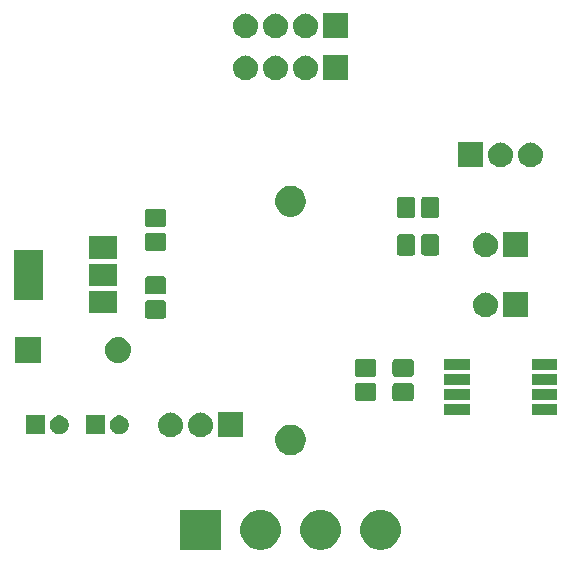
<source format=gbr>
G04 #@! TF.GenerationSoftware,KiCad,Pcbnew,(5.0.2)-1*
G04 #@! TF.CreationDate,2019-02-05T11:41:40+01:00*
G04 #@! TF.ProjectId,SensorPCB_V1.2,53656e73-6f72-4504-9342-5f56312e322e,rev?*
G04 #@! TF.SameCoordinates,Original*
G04 #@! TF.FileFunction,Soldermask,Top*
G04 #@! TF.FilePolarity,Negative*
%FSLAX46Y46*%
G04 Gerber Fmt 4.6, Leading zero omitted, Abs format (unit mm)*
G04 Created by KiCad (PCBNEW (5.0.2)-1) date 05/02/2019 11:41:40*
%MOMM*%
%LPD*%
G01*
G04 APERTURE LIST*
%ADD10C,0.100000*%
G04 APERTURE END LIST*
D10*
G36*
X46106393Y-56763553D02*
X46215872Y-56785330D01*
X46525252Y-56913479D01*
X46803687Y-57099523D01*
X47040477Y-57336313D01*
X47226521Y-57614748D01*
X47354670Y-57924128D01*
X47420000Y-58252565D01*
X47420000Y-58587435D01*
X47354670Y-58915872D01*
X47226521Y-59225252D01*
X47040477Y-59503687D01*
X46803687Y-59740477D01*
X46525252Y-59926521D01*
X46215872Y-60054670D01*
X46106393Y-60076447D01*
X45887437Y-60120000D01*
X45552563Y-60120000D01*
X45333607Y-60076447D01*
X45224128Y-60054670D01*
X44914748Y-59926521D01*
X44636313Y-59740477D01*
X44399523Y-59503687D01*
X44213479Y-59225252D01*
X44085330Y-58915872D01*
X44020000Y-58587435D01*
X44020000Y-58252565D01*
X44085330Y-57924128D01*
X44213479Y-57614748D01*
X44399523Y-57336313D01*
X44636313Y-57099523D01*
X44914748Y-56913479D01*
X45224128Y-56785330D01*
X45333607Y-56763553D01*
X45552563Y-56720000D01*
X45887437Y-56720000D01*
X46106393Y-56763553D01*
X46106393Y-56763553D01*
G37*
G36*
X41026393Y-56763553D02*
X41135872Y-56785330D01*
X41445252Y-56913479D01*
X41723687Y-57099523D01*
X41960477Y-57336313D01*
X42146521Y-57614748D01*
X42274670Y-57924128D01*
X42340000Y-58252565D01*
X42340000Y-58587435D01*
X42274670Y-58915872D01*
X42146521Y-59225252D01*
X41960477Y-59503687D01*
X41723687Y-59740477D01*
X41445252Y-59926521D01*
X41135872Y-60054670D01*
X41026393Y-60076447D01*
X40807437Y-60120000D01*
X40472563Y-60120000D01*
X40253607Y-60076447D01*
X40144128Y-60054670D01*
X39834748Y-59926521D01*
X39556313Y-59740477D01*
X39319523Y-59503687D01*
X39133479Y-59225252D01*
X39005330Y-58915872D01*
X38940000Y-58587435D01*
X38940000Y-58252565D01*
X39005330Y-57924128D01*
X39133479Y-57614748D01*
X39319523Y-57336313D01*
X39556313Y-57099523D01*
X39834748Y-56913479D01*
X40144128Y-56785330D01*
X40253607Y-56763553D01*
X40472563Y-56720000D01*
X40807437Y-56720000D01*
X41026393Y-56763553D01*
X41026393Y-56763553D01*
G37*
G36*
X35946393Y-56763553D02*
X36055872Y-56785330D01*
X36365252Y-56913479D01*
X36643687Y-57099523D01*
X36880477Y-57336313D01*
X37066521Y-57614748D01*
X37194670Y-57924128D01*
X37260000Y-58252565D01*
X37260000Y-58587435D01*
X37194670Y-58915872D01*
X37066521Y-59225252D01*
X36880477Y-59503687D01*
X36643687Y-59740477D01*
X36365252Y-59926521D01*
X36055872Y-60054670D01*
X35946393Y-60076447D01*
X35727437Y-60120000D01*
X35392563Y-60120000D01*
X35173607Y-60076447D01*
X35064128Y-60054670D01*
X34754748Y-59926521D01*
X34476313Y-59740477D01*
X34239523Y-59503687D01*
X34053479Y-59225252D01*
X33925330Y-58915872D01*
X33860000Y-58587435D01*
X33860000Y-58252565D01*
X33925330Y-57924128D01*
X34053479Y-57614748D01*
X34239523Y-57336313D01*
X34476313Y-57099523D01*
X34754748Y-56913479D01*
X35064128Y-56785330D01*
X35173607Y-56763553D01*
X35392563Y-56720000D01*
X35727437Y-56720000D01*
X35946393Y-56763553D01*
X35946393Y-56763553D01*
G37*
G36*
X32180000Y-60120000D02*
X28780000Y-60120000D01*
X28780000Y-56720000D01*
X32180000Y-56720000D01*
X32180000Y-60120000D01*
X32180000Y-60120000D01*
G37*
G36*
X38479196Y-49549958D02*
X38715780Y-49647954D01*
X38928705Y-49790226D01*
X39109774Y-49971295D01*
X39252046Y-50184220D01*
X39350042Y-50420804D01*
X39400000Y-50671960D01*
X39400000Y-50928040D01*
X39350042Y-51179196D01*
X39252046Y-51415780D01*
X39109774Y-51628705D01*
X38928705Y-51809774D01*
X38715780Y-51952046D01*
X38479196Y-52050042D01*
X38228040Y-52100000D01*
X37971960Y-52100000D01*
X37720804Y-52050042D01*
X37484220Y-51952046D01*
X37271295Y-51809774D01*
X37090226Y-51628705D01*
X36947954Y-51415780D01*
X36849958Y-51179196D01*
X36800000Y-50928040D01*
X36800000Y-50671960D01*
X36849958Y-50420804D01*
X36947954Y-50184220D01*
X37090226Y-49971295D01*
X37271295Y-49790226D01*
X37484220Y-49647954D01*
X37720804Y-49549958D01*
X37971960Y-49500000D01*
X38228040Y-49500000D01*
X38479196Y-49549958D01*
X38479196Y-49549958D01*
G37*
G36*
X30608707Y-48487597D02*
X30685836Y-48495193D01*
X30817787Y-48535220D01*
X30883763Y-48555233D01*
X31066172Y-48652733D01*
X31226054Y-48783946D01*
X31357267Y-48943828D01*
X31454767Y-49126237D01*
X31474780Y-49192213D01*
X31514807Y-49324164D01*
X31535080Y-49530000D01*
X31514807Y-49735836D01*
X31498308Y-49790226D01*
X31454767Y-49933763D01*
X31357267Y-50116172D01*
X31226054Y-50276054D01*
X31066172Y-50407267D01*
X30883763Y-50504767D01*
X30817787Y-50524780D01*
X30685836Y-50564807D01*
X30608707Y-50572404D01*
X30531580Y-50580000D01*
X30428420Y-50580000D01*
X30351293Y-50572404D01*
X30274164Y-50564807D01*
X30142213Y-50524780D01*
X30076237Y-50504767D01*
X29893828Y-50407267D01*
X29733946Y-50276054D01*
X29602733Y-50116172D01*
X29505233Y-49933763D01*
X29461692Y-49790226D01*
X29445193Y-49735836D01*
X29424920Y-49530000D01*
X29445193Y-49324164D01*
X29485220Y-49192213D01*
X29505233Y-49126237D01*
X29602733Y-48943828D01*
X29733946Y-48783946D01*
X29893828Y-48652733D01*
X30076237Y-48555233D01*
X30142213Y-48535220D01*
X30274164Y-48495193D01*
X30351293Y-48487597D01*
X30428420Y-48480000D01*
X30531580Y-48480000D01*
X30608707Y-48487597D01*
X30608707Y-48487597D01*
G37*
G36*
X28068707Y-48487597D02*
X28145836Y-48495193D01*
X28277787Y-48535220D01*
X28343763Y-48555233D01*
X28526172Y-48652733D01*
X28686054Y-48783946D01*
X28817267Y-48943828D01*
X28914767Y-49126237D01*
X28934780Y-49192213D01*
X28974807Y-49324164D01*
X28995080Y-49530000D01*
X28974807Y-49735836D01*
X28958308Y-49790226D01*
X28914767Y-49933763D01*
X28817267Y-50116172D01*
X28686054Y-50276054D01*
X28526172Y-50407267D01*
X28343763Y-50504767D01*
X28277787Y-50524780D01*
X28145836Y-50564807D01*
X28068707Y-50572404D01*
X27991580Y-50580000D01*
X27888420Y-50580000D01*
X27811293Y-50572404D01*
X27734164Y-50564807D01*
X27602213Y-50524780D01*
X27536237Y-50504767D01*
X27353828Y-50407267D01*
X27193946Y-50276054D01*
X27062733Y-50116172D01*
X26965233Y-49933763D01*
X26921692Y-49790226D01*
X26905193Y-49735836D01*
X26884920Y-49530000D01*
X26905193Y-49324164D01*
X26945220Y-49192213D01*
X26965233Y-49126237D01*
X27062733Y-48943828D01*
X27193946Y-48783946D01*
X27353828Y-48652733D01*
X27536237Y-48555233D01*
X27602213Y-48535220D01*
X27734164Y-48495193D01*
X27811293Y-48487597D01*
X27888420Y-48480000D01*
X27991580Y-48480000D01*
X28068707Y-48487597D01*
X28068707Y-48487597D01*
G37*
G36*
X34070000Y-50580000D02*
X31970000Y-50580000D01*
X31970000Y-48480000D01*
X34070000Y-48480000D01*
X34070000Y-50580000D01*
X34070000Y-50580000D01*
G37*
G36*
X18743352Y-48760743D02*
X18888941Y-48821048D01*
X19019973Y-48908601D01*
X19131399Y-49020027D01*
X19218952Y-49151059D01*
X19279257Y-49296648D01*
X19310000Y-49451205D01*
X19310000Y-49608795D01*
X19279257Y-49763352D01*
X19218952Y-49908941D01*
X19131399Y-50039973D01*
X19019973Y-50151399D01*
X18888941Y-50238952D01*
X18743352Y-50299257D01*
X18588795Y-50330000D01*
X18431205Y-50330000D01*
X18276648Y-50299257D01*
X18131059Y-50238952D01*
X18000027Y-50151399D01*
X17888601Y-50039973D01*
X17801048Y-49908941D01*
X17740743Y-49763352D01*
X17710000Y-49608795D01*
X17710000Y-49451205D01*
X17740743Y-49296648D01*
X17801048Y-49151059D01*
X17888601Y-49020027D01*
X18000027Y-48908601D01*
X18131059Y-48821048D01*
X18276648Y-48760743D01*
X18431205Y-48730000D01*
X18588795Y-48730000D01*
X18743352Y-48760743D01*
X18743352Y-48760743D01*
G37*
G36*
X17310000Y-50330000D02*
X15710000Y-50330000D01*
X15710000Y-48730000D01*
X17310000Y-48730000D01*
X17310000Y-50330000D01*
X17310000Y-50330000D01*
G37*
G36*
X23823352Y-48760743D02*
X23968941Y-48821048D01*
X24099973Y-48908601D01*
X24211399Y-49020027D01*
X24298952Y-49151059D01*
X24359257Y-49296648D01*
X24390000Y-49451205D01*
X24390000Y-49608795D01*
X24359257Y-49763352D01*
X24298952Y-49908941D01*
X24211399Y-50039973D01*
X24099973Y-50151399D01*
X23968941Y-50238952D01*
X23823352Y-50299257D01*
X23668795Y-50330000D01*
X23511205Y-50330000D01*
X23356648Y-50299257D01*
X23211059Y-50238952D01*
X23080027Y-50151399D01*
X22968601Y-50039973D01*
X22881048Y-49908941D01*
X22820743Y-49763352D01*
X22790000Y-49608795D01*
X22790000Y-49451205D01*
X22820743Y-49296648D01*
X22881048Y-49151059D01*
X22968601Y-49020027D01*
X23080027Y-48908601D01*
X23211059Y-48821048D01*
X23356648Y-48760743D01*
X23511205Y-48730000D01*
X23668795Y-48730000D01*
X23823352Y-48760743D01*
X23823352Y-48760743D01*
G37*
G36*
X22390000Y-50330000D02*
X20790000Y-50330000D01*
X20790000Y-48730000D01*
X22390000Y-48730000D01*
X22390000Y-50330000D01*
X22390000Y-50330000D01*
G37*
G36*
X53255000Y-48735000D02*
X51105000Y-48735000D01*
X51105000Y-47785000D01*
X53255000Y-47785000D01*
X53255000Y-48735000D01*
X53255000Y-48735000D01*
G37*
G36*
X60655000Y-48735000D02*
X58505000Y-48735000D01*
X58505000Y-47785000D01*
X60655000Y-47785000D01*
X60655000Y-48735000D01*
X60655000Y-48735000D01*
G37*
G36*
X45135530Y-45975710D02*
X45185379Y-45990831D01*
X45231311Y-46015382D01*
X45271574Y-46048426D01*
X45304618Y-46088689D01*
X45329169Y-46134621D01*
X45344290Y-46184470D01*
X45350000Y-46242444D01*
X45350000Y-47247556D01*
X45344290Y-47305530D01*
X45329169Y-47355379D01*
X45304618Y-47401311D01*
X45271574Y-47441574D01*
X45231311Y-47474618D01*
X45185379Y-47499169D01*
X45135530Y-47514290D01*
X45077556Y-47520000D01*
X43822444Y-47520000D01*
X43764470Y-47514290D01*
X43714621Y-47499169D01*
X43668689Y-47474618D01*
X43628426Y-47441574D01*
X43595382Y-47401311D01*
X43570831Y-47355379D01*
X43555710Y-47305530D01*
X43550000Y-47247556D01*
X43550000Y-46242444D01*
X43555710Y-46184470D01*
X43570831Y-46134621D01*
X43595382Y-46088689D01*
X43628426Y-46048426D01*
X43668689Y-46015382D01*
X43714621Y-45990831D01*
X43764470Y-45975710D01*
X43822444Y-45970000D01*
X45077556Y-45970000D01*
X45135530Y-45975710D01*
X45135530Y-45975710D01*
G37*
G36*
X48310530Y-45975710D02*
X48360379Y-45990831D01*
X48406311Y-46015382D01*
X48446574Y-46048426D01*
X48479618Y-46088689D01*
X48504169Y-46134621D01*
X48519290Y-46184470D01*
X48525000Y-46242444D01*
X48525000Y-47247556D01*
X48519290Y-47305530D01*
X48504169Y-47355379D01*
X48479618Y-47401311D01*
X48446574Y-47441574D01*
X48406311Y-47474618D01*
X48360379Y-47499169D01*
X48310530Y-47514290D01*
X48252556Y-47520000D01*
X46997444Y-47520000D01*
X46939470Y-47514290D01*
X46889621Y-47499169D01*
X46843689Y-47474618D01*
X46803426Y-47441574D01*
X46770382Y-47401311D01*
X46745831Y-47355379D01*
X46730710Y-47305530D01*
X46725000Y-47247556D01*
X46725000Y-46242444D01*
X46730710Y-46184470D01*
X46745831Y-46134621D01*
X46770382Y-46088689D01*
X46803426Y-46048426D01*
X46843689Y-46015382D01*
X46889621Y-45990831D01*
X46939470Y-45975710D01*
X46997444Y-45970000D01*
X48252556Y-45970000D01*
X48310530Y-45975710D01*
X48310530Y-45975710D01*
G37*
G36*
X60655000Y-47465000D02*
X58505000Y-47465000D01*
X58505000Y-46515000D01*
X60655000Y-46515000D01*
X60655000Y-47465000D01*
X60655000Y-47465000D01*
G37*
G36*
X53255000Y-47465000D02*
X51105000Y-47465000D01*
X51105000Y-46515000D01*
X53255000Y-46515000D01*
X53255000Y-47465000D01*
X53255000Y-47465000D01*
G37*
G36*
X60655000Y-46195000D02*
X58505000Y-46195000D01*
X58505000Y-45245000D01*
X60655000Y-45245000D01*
X60655000Y-46195000D01*
X60655000Y-46195000D01*
G37*
G36*
X53255000Y-46195000D02*
X51105000Y-46195000D01*
X51105000Y-45245000D01*
X53255000Y-45245000D01*
X53255000Y-46195000D01*
X53255000Y-46195000D01*
G37*
G36*
X48310530Y-43925710D02*
X48360379Y-43940831D01*
X48406311Y-43965382D01*
X48446574Y-43998426D01*
X48479618Y-44038689D01*
X48504169Y-44084621D01*
X48519290Y-44134470D01*
X48525000Y-44192444D01*
X48525000Y-45197556D01*
X48519290Y-45255530D01*
X48504169Y-45305379D01*
X48479618Y-45351311D01*
X48446574Y-45391574D01*
X48406311Y-45424618D01*
X48360379Y-45449169D01*
X48310530Y-45464290D01*
X48252556Y-45470000D01*
X46997444Y-45470000D01*
X46939470Y-45464290D01*
X46889621Y-45449169D01*
X46843689Y-45424618D01*
X46803426Y-45391574D01*
X46770382Y-45351311D01*
X46745831Y-45305379D01*
X46730710Y-45255530D01*
X46725000Y-45197556D01*
X46725000Y-44192444D01*
X46730710Y-44134470D01*
X46745831Y-44084621D01*
X46770382Y-44038689D01*
X46803426Y-43998426D01*
X46843689Y-43965382D01*
X46889621Y-43940831D01*
X46939470Y-43925710D01*
X46997444Y-43920000D01*
X48252556Y-43920000D01*
X48310530Y-43925710D01*
X48310530Y-43925710D01*
G37*
G36*
X45135530Y-43925710D02*
X45185379Y-43940831D01*
X45231311Y-43965382D01*
X45271574Y-43998426D01*
X45304618Y-44038689D01*
X45329169Y-44084621D01*
X45344290Y-44134470D01*
X45350000Y-44192444D01*
X45350000Y-45197556D01*
X45344290Y-45255530D01*
X45329169Y-45305379D01*
X45304618Y-45351311D01*
X45271574Y-45391574D01*
X45231311Y-45424618D01*
X45185379Y-45449169D01*
X45135530Y-45464290D01*
X45077556Y-45470000D01*
X43822444Y-45470000D01*
X43764470Y-45464290D01*
X43714621Y-45449169D01*
X43668689Y-45424618D01*
X43628426Y-45391574D01*
X43595382Y-45351311D01*
X43570831Y-45305379D01*
X43555710Y-45255530D01*
X43550000Y-45197556D01*
X43550000Y-44192444D01*
X43555710Y-44134470D01*
X43570831Y-44084621D01*
X43595382Y-44038689D01*
X43628426Y-43998426D01*
X43668689Y-43965382D01*
X43714621Y-43940831D01*
X43764470Y-43925710D01*
X43822444Y-43920000D01*
X45077556Y-43920000D01*
X45135530Y-43925710D01*
X45135530Y-43925710D01*
G37*
G36*
X60655000Y-44925000D02*
X58505000Y-44925000D01*
X58505000Y-43975000D01*
X60655000Y-43975000D01*
X60655000Y-44925000D01*
X60655000Y-44925000D01*
G37*
G36*
X53255000Y-44925000D02*
X51105000Y-44925000D01*
X51105000Y-43975000D01*
X53255000Y-43975000D01*
X53255000Y-44925000D01*
X53255000Y-44925000D01*
G37*
G36*
X16975000Y-44280000D02*
X14775000Y-44280000D01*
X14775000Y-42080000D01*
X16975000Y-42080000D01*
X16975000Y-44280000D01*
X16975000Y-44280000D01*
G37*
G36*
X23710639Y-42095916D02*
X23917986Y-42158815D01*
X23917988Y-42158816D01*
X24109084Y-42260958D01*
X24276581Y-42398419D01*
X24414042Y-42565916D01*
X24516184Y-42757012D01*
X24579084Y-42964362D01*
X24600322Y-43180000D01*
X24579084Y-43395638D01*
X24516184Y-43602988D01*
X24414042Y-43794084D01*
X24276581Y-43961581D01*
X24109084Y-44099042D01*
X23917988Y-44201184D01*
X23917986Y-44201185D01*
X23710639Y-44264084D01*
X23549038Y-44280000D01*
X23440962Y-44280000D01*
X23279361Y-44264084D01*
X23072014Y-44201185D01*
X23072012Y-44201184D01*
X22880916Y-44099042D01*
X22713419Y-43961581D01*
X22575958Y-43794084D01*
X22473816Y-43602988D01*
X22410916Y-43395638D01*
X22389678Y-43180000D01*
X22410916Y-42964362D01*
X22473816Y-42757012D01*
X22575958Y-42565916D01*
X22713419Y-42398419D01*
X22880916Y-42260958D01*
X23072012Y-42158816D01*
X23072014Y-42158815D01*
X23279361Y-42095916D01*
X23440962Y-42080000D01*
X23549038Y-42080000D01*
X23710639Y-42095916D01*
X23710639Y-42095916D01*
G37*
G36*
X27355530Y-38990710D02*
X27405379Y-39005831D01*
X27451311Y-39030382D01*
X27491574Y-39063426D01*
X27524618Y-39103689D01*
X27549169Y-39149621D01*
X27564290Y-39199470D01*
X27570000Y-39257444D01*
X27570000Y-40262556D01*
X27564290Y-40320530D01*
X27549169Y-40370379D01*
X27524618Y-40416311D01*
X27491574Y-40456574D01*
X27451311Y-40489618D01*
X27405379Y-40514169D01*
X27355530Y-40529290D01*
X27297556Y-40535000D01*
X26042444Y-40535000D01*
X25984470Y-40529290D01*
X25934621Y-40514169D01*
X25888689Y-40489618D01*
X25848426Y-40456574D01*
X25815382Y-40416311D01*
X25790831Y-40370379D01*
X25775710Y-40320530D01*
X25770000Y-40262556D01*
X25770000Y-39257444D01*
X25775710Y-39199470D01*
X25790831Y-39149621D01*
X25815382Y-39103689D01*
X25848426Y-39063426D01*
X25888689Y-39030382D01*
X25934621Y-39005831D01*
X25984470Y-38990710D01*
X26042444Y-38985000D01*
X27297556Y-38985000D01*
X27355530Y-38990710D01*
X27355530Y-38990710D01*
G37*
G36*
X54738707Y-38327597D02*
X54815836Y-38335193D01*
X54947787Y-38375220D01*
X55013763Y-38395233D01*
X55196172Y-38492733D01*
X55356054Y-38623946D01*
X55487267Y-38783828D01*
X55584767Y-38966237D01*
X55592423Y-38991475D01*
X55644807Y-39164164D01*
X55665080Y-39370000D01*
X55644807Y-39575836D01*
X55604780Y-39707787D01*
X55584767Y-39773763D01*
X55487267Y-39956172D01*
X55356054Y-40116054D01*
X55196172Y-40247267D01*
X55013763Y-40344767D01*
X54947787Y-40364780D01*
X54815836Y-40404807D01*
X54738707Y-40412404D01*
X54661580Y-40420000D01*
X54558420Y-40420000D01*
X54481293Y-40412404D01*
X54404164Y-40404807D01*
X54272213Y-40364780D01*
X54206237Y-40344767D01*
X54023828Y-40247267D01*
X53863946Y-40116054D01*
X53732733Y-39956172D01*
X53635233Y-39773763D01*
X53615220Y-39707787D01*
X53575193Y-39575836D01*
X53554920Y-39370000D01*
X53575193Y-39164164D01*
X53627577Y-38991475D01*
X53635233Y-38966237D01*
X53732733Y-38783828D01*
X53863946Y-38623946D01*
X54023828Y-38492733D01*
X54206237Y-38395233D01*
X54272213Y-38375220D01*
X54404164Y-38335193D01*
X54481293Y-38327597D01*
X54558420Y-38320000D01*
X54661580Y-38320000D01*
X54738707Y-38327597D01*
X54738707Y-38327597D01*
G37*
G36*
X58200000Y-40420000D02*
X56100000Y-40420000D01*
X56100000Y-38320000D01*
X58200000Y-38320000D01*
X58200000Y-40420000D01*
X58200000Y-40420000D01*
G37*
G36*
X23400000Y-40080000D02*
X21000000Y-40080000D01*
X21000000Y-38180000D01*
X23400000Y-38180000D01*
X23400000Y-40080000D01*
X23400000Y-40080000D01*
G37*
G36*
X17100000Y-38930000D02*
X14700000Y-38930000D01*
X14700000Y-34730000D01*
X17100000Y-34730000D01*
X17100000Y-38930000D01*
X17100000Y-38930000D01*
G37*
G36*
X27355530Y-36940710D02*
X27405379Y-36955831D01*
X27451311Y-36980382D01*
X27491574Y-37013426D01*
X27524618Y-37053689D01*
X27549169Y-37099621D01*
X27564290Y-37149470D01*
X27570000Y-37207444D01*
X27570000Y-38212556D01*
X27564290Y-38270530D01*
X27549169Y-38320379D01*
X27524618Y-38366311D01*
X27491574Y-38406574D01*
X27451311Y-38439618D01*
X27405379Y-38464169D01*
X27355530Y-38479290D01*
X27297556Y-38485000D01*
X26042444Y-38485000D01*
X25984470Y-38479290D01*
X25934621Y-38464169D01*
X25888689Y-38439618D01*
X25848426Y-38406574D01*
X25815382Y-38366311D01*
X25790831Y-38320379D01*
X25775710Y-38270530D01*
X25770000Y-38212556D01*
X25770000Y-37207444D01*
X25775710Y-37149470D01*
X25790831Y-37099621D01*
X25815382Y-37053689D01*
X25848426Y-37013426D01*
X25888689Y-36980382D01*
X25934621Y-36955831D01*
X25984470Y-36940710D01*
X26042444Y-36935000D01*
X27297556Y-36935000D01*
X27355530Y-36940710D01*
X27355530Y-36940710D01*
G37*
G36*
X23400000Y-37780000D02*
X21000000Y-37780000D01*
X21000000Y-35880000D01*
X23400000Y-35880000D01*
X23400000Y-37780000D01*
X23400000Y-37780000D01*
G37*
G36*
X23400000Y-35480000D02*
X21000000Y-35480000D01*
X21000000Y-33580000D01*
X23400000Y-33580000D01*
X23400000Y-35480000D01*
X23400000Y-35480000D01*
G37*
G36*
X58200000Y-35340000D02*
X56100000Y-35340000D01*
X56100000Y-33240000D01*
X58200000Y-33240000D01*
X58200000Y-35340000D01*
X58200000Y-35340000D01*
G37*
G36*
X54738707Y-33247597D02*
X54815836Y-33255193D01*
X54933319Y-33290831D01*
X55013763Y-33315233D01*
X55196172Y-33412733D01*
X55356054Y-33543946D01*
X55487267Y-33703828D01*
X55584767Y-33886237D01*
X55584767Y-33886238D01*
X55644807Y-34084164D01*
X55665080Y-34290000D01*
X55644807Y-34495836D01*
X55629118Y-34547556D01*
X55584767Y-34693763D01*
X55487267Y-34876172D01*
X55356054Y-35036054D01*
X55196172Y-35167267D01*
X55013763Y-35264767D01*
X54947787Y-35284780D01*
X54815836Y-35324807D01*
X54738707Y-35332403D01*
X54661580Y-35340000D01*
X54558420Y-35340000D01*
X54481293Y-35332403D01*
X54404164Y-35324807D01*
X54272213Y-35284780D01*
X54206237Y-35264767D01*
X54023828Y-35167267D01*
X53863946Y-35036054D01*
X53732733Y-34876172D01*
X53635233Y-34693763D01*
X53590882Y-34547556D01*
X53575193Y-34495836D01*
X53554920Y-34290000D01*
X53575193Y-34084164D01*
X53635233Y-33886238D01*
X53635233Y-33886237D01*
X53732733Y-33703828D01*
X53863946Y-33543946D01*
X54023828Y-33412733D01*
X54206237Y-33315233D01*
X54286681Y-33290831D01*
X54404164Y-33255193D01*
X54481293Y-33247597D01*
X54558420Y-33240000D01*
X54661580Y-33240000D01*
X54738707Y-33247597D01*
X54738707Y-33247597D01*
G37*
G36*
X50480530Y-33395710D02*
X50530379Y-33410831D01*
X50576311Y-33435382D01*
X50616574Y-33468426D01*
X50649618Y-33508689D01*
X50674169Y-33554621D01*
X50689290Y-33604470D01*
X50695000Y-33662444D01*
X50695000Y-34917556D01*
X50689290Y-34975530D01*
X50674169Y-35025379D01*
X50649618Y-35071311D01*
X50616574Y-35111574D01*
X50576311Y-35144618D01*
X50530379Y-35169169D01*
X50480530Y-35184290D01*
X50422556Y-35190000D01*
X49417444Y-35190000D01*
X49359470Y-35184290D01*
X49309621Y-35169169D01*
X49263689Y-35144618D01*
X49223426Y-35111574D01*
X49190382Y-35071311D01*
X49165831Y-35025379D01*
X49150710Y-34975530D01*
X49145000Y-34917556D01*
X49145000Y-33662444D01*
X49150710Y-33604470D01*
X49165831Y-33554621D01*
X49190382Y-33508689D01*
X49223426Y-33468426D01*
X49263689Y-33435382D01*
X49309621Y-33410831D01*
X49359470Y-33395710D01*
X49417444Y-33390000D01*
X50422556Y-33390000D01*
X50480530Y-33395710D01*
X50480530Y-33395710D01*
G37*
G36*
X48430530Y-33395710D02*
X48480379Y-33410831D01*
X48526311Y-33435382D01*
X48566574Y-33468426D01*
X48599618Y-33508689D01*
X48624169Y-33554621D01*
X48639290Y-33604470D01*
X48645000Y-33662444D01*
X48645000Y-34917556D01*
X48639290Y-34975530D01*
X48624169Y-35025379D01*
X48599618Y-35071311D01*
X48566574Y-35111574D01*
X48526311Y-35144618D01*
X48480379Y-35169169D01*
X48430530Y-35184290D01*
X48372556Y-35190000D01*
X47367444Y-35190000D01*
X47309470Y-35184290D01*
X47259621Y-35169169D01*
X47213689Y-35144618D01*
X47173426Y-35111574D01*
X47140382Y-35071311D01*
X47115831Y-35025379D01*
X47100710Y-34975530D01*
X47095000Y-34917556D01*
X47095000Y-33662444D01*
X47100710Y-33604470D01*
X47115831Y-33554621D01*
X47140382Y-33508689D01*
X47173426Y-33468426D01*
X47213689Y-33435382D01*
X47259621Y-33410831D01*
X47309470Y-33395710D01*
X47367444Y-33390000D01*
X48372556Y-33390000D01*
X48430530Y-33395710D01*
X48430530Y-33395710D01*
G37*
G36*
X27355530Y-33275710D02*
X27405379Y-33290831D01*
X27451311Y-33315382D01*
X27491574Y-33348426D01*
X27524618Y-33388689D01*
X27549169Y-33434621D01*
X27564290Y-33484470D01*
X27570000Y-33542444D01*
X27570000Y-34547556D01*
X27564290Y-34605530D01*
X27549169Y-34655379D01*
X27524618Y-34701311D01*
X27491574Y-34741574D01*
X27451311Y-34774618D01*
X27405379Y-34799169D01*
X27355530Y-34814290D01*
X27297556Y-34820000D01*
X26042444Y-34820000D01*
X25984470Y-34814290D01*
X25934621Y-34799169D01*
X25888689Y-34774618D01*
X25848426Y-34741574D01*
X25815382Y-34701311D01*
X25790831Y-34655379D01*
X25775710Y-34605530D01*
X25770000Y-34547556D01*
X25770000Y-33542444D01*
X25775710Y-33484470D01*
X25790831Y-33434621D01*
X25815382Y-33388689D01*
X25848426Y-33348426D01*
X25888689Y-33315382D01*
X25934621Y-33290831D01*
X25984470Y-33275710D01*
X26042444Y-33270000D01*
X27297556Y-33270000D01*
X27355530Y-33275710D01*
X27355530Y-33275710D01*
G37*
G36*
X27355530Y-31225710D02*
X27405379Y-31240831D01*
X27451311Y-31265382D01*
X27491574Y-31298426D01*
X27524618Y-31338689D01*
X27549169Y-31384621D01*
X27564290Y-31434470D01*
X27570000Y-31492444D01*
X27570000Y-32497556D01*
X27564290Y-32555530D01*
X27549169Y-32605379D01*
X27524618Y-32651311D01*
X27491574Y-32691574D01*
X27451311Y-32724618D01*
X27405379Y-32749169D01*
X27355530Y-32764290D01*
X27297556Y-32770000D01*
X26042444Y-32770000D01*
X25984470Y-32764290D01*
X25934621Y-32749169D01*
X25888689Y-32724618D01*
X25848426Y-32691574D01*
X25815382Y-32651311D01*
X25790831Y-32605379D01*
X25775710Y-32555530D01*
X25770000Y-32497556D01*
X25770000Y-31492444D01*
X25775710Y-31434470D01*
X25790831Y-31384621D01*
X25815382Y-31338689D01*
X25848426Y-31298426D01*
X25888689Y-31265382D01*
X25934621Y-31240831D01*
X25984470Y-31225710D01*
X26042444Y-31220000D01*
X27297556Y-31220000D01*
X27355530Y-31225710D01*
X27355530Y-31225710D01*
G37*
G36*
X48430530Y-30220710D02*
X48480379Y-30235831D01*
X48526311Y-30260382D01*
X48566574Y-30293426D01*
X48599618Y-30333689D01*
X48624169Y-30379621D01*
X48639290Y-30429470D01*
X48645000Y-30487444D01*
X48645000Y-31742556D01*
X48639290Y-31800530D01*
X48624169Y-31850379D01*
X48599618Y-31896311D01*
X48566574Y-31936574D01*
X48526311Y-31969618D01*
X48480379Y-31994169D01*
X48430530Y-32009290D01*
X48372556Y-32015000D01*
X47367444Y-32015000D01*
X47309470Y-32009290D01*
X47259621Y-31994169D01*
X47213689Y-31969618D01*
X47173426Y-31936574D01*
X47140382Y-31896311D01*
X47115831Y-31850379D01*
X47100710Y-31800530D01*
X47095000Y-31742556D01*
X47095000Y-30487444D01*
X47100710Y-30429470D01*
X47115831Y-30379621D01*
X47140382Y-30333689D01*
X47173426Y-30293426D01*
X47213689Y-30260382D01*
X47259621Y-30235831D01*
X47309470Y-30220710D01*
X47367444Y-30215000D01*
X48372556Y-30215000D01*
X48430530Y-30220710D01*
X48430530Y-30220710D01*
G37*
G36*
X50480530Y-30220710D02*
X50530379Y-30235831D01*
X50576311Y-30260382D01*
X50616574Y-30293426D01*
X50649618Y-30333689D01*
X50674169Y-30379621D01*
X50689290Y-30429470D01*
X50695000Y-30487444D01*
X50695000Y-31742556D01*
X50689290Y-31800530D01*
X50674169Y-31850379D01*
X50649618Y-31896311D01*
X50616574Y-31936574D01*
X50576311Y-31969618D01*
X50530379Y-31994169D01*
X50480530Y-32009290D01*
X50422556Y-32015000D01*
X49417444Y-32015000D01*
X49359470Y-32009290D01*
X49309621Y-31994169D01*
X49263689Y-31969618D01*
X49223426Y-31936574D01*
X49190382Y-31896311D01*
X49165831Y-31850379D01*
X49150710Y-31800530D01*
X49145000Y-31742556D01*
X49145000Y-30487444D01*
X49150710Y-30429470D01*
X49165831Y-30379621D01*
X49190382Y-30333689D01*
X49223426Y-30293426D01*
X49263689Y-30260382D01*
X49309621Y-30235831D01*
X49359470Y-30220710D01*
X49417444Y-30215000D01*
X50422556Y-30215000D01*
X50480530Y-30220710D01*
X50480530Y-30220710D01*
G37*
G36*
X38479196Y-29337958D02*
X38715780Y-29435954D01*
X38928705Y-29578226D01*
X39109774Y-29759295D01*
X39252046Y-29972220D01*
X39350042Y-30208804D01*
X39400000Y-30459960D01*
X39400000Y-30716040D01*
X39350042Y-30967196D01*
X39252046Y-31203780D01*
X39109774Y-31416705D01*
X38928705Y-31597774D01*
X38715780Y-31740046D01*
X38479196Y-31838042D01*
X38228040Y-31888000D01*
X37971960Y-31888000D01*
X37720804Y-31838042D01*
X37484220Y-31740046D01*
X37271295Y-31597774D01*
X37090226Y-31416705D01*
X36947954Y-31203780D01*
X36849958Y-30967196D01*
X36800000Y-30716040D01*
X36800000Y-30459960D01*
X36849958Y-30208804D01*
X36947954Y-29972220D01*
X37090226Y-29759295D01*
X37271295Y-29578226D01*
X37484220Y-29435954D01*
X37720804Y-29337958D01*
X37971960Y-29288000D01*
X38228040Y-29288000D01*
X38479196Y-29337958D01*
X38479196Y-29337958D01*
G37*
G36*
X58548707Y-25627597D02*
X58625836Y-25635193D01*
X58757787Y-25675220D01*
X58823763Y-25695233D01*
X59006172Y-25792733D01*
X59166054Y-25923946D01*
X59297267Y-26083828D01*
X59394767Y-26266237D01*
X59394767Y-26266238D01*
X59454807Y-26464164D01*
X59475080Y-26670000D01*
X59454807Y-26875836D01*
X59414780Y-27007787D01*
X59394767Y-27073763D01*
X59297267Y-27256172D01*
X59166054Y-27416054D01*
X59006172Y-27547267D01*
X58823763Y-27644767D01*
X58757787Y-27664780D01*
X58625836Y-27704807D01*
X58548707Y-27712404D01*
X58471580Y-27720000D01*
X58368420Y-27720000D01*
X58291293Y-27712404D01*
X58214164Y-27704807D01*
X58082213Y-27664780D01*
X58016237Y-27644767D01*
X57833828Y-27547267D01*
X57673946Y-27416054D01*
X57542733Y-27256172D01*
X57445233Y-27073763D01*
X57425220Y-27007787D01*
X57385193Y-26875836D01*
X57364920Y-26670000D01*
X57385193Y-26464164D01*
X57445233Y-26266238D01*
X57445233Y-26266237D01*
X57542733Y-26083828D01*
X57673946Y-25923946D01*
X57833828Y-25792733D01*
X58016237Y-25695233D01*
X58082213Y-25675220D01*
X58214164Y-25635193D01*
X58291293Y-25627596D01*
X58368420Y-25620000D01*
X58471580Y-25620000D01*
X58548707Y-25627597D01*
X58548707Y-25627597D01*
G37*
G36*
X56008707Y-25627597D02*
X56085836Y-25635193D01*
X56217787Y-25675220D01*
X56283763Y-25695233D01*
X56466172Y-25792733D01*
X56626054Y-25923946D01*
X56757267Y-26083828D01*
X56854767Y-26266237D01*
X56854767Y-26266238D01*
X56914807Y-26464164D01*
X56935080Y-26670000D01*
X56914807Y-26875836D01*
X56874780Y-27007787D01*
X56854767Y-27073763D01*
X56757267Y-27256172D01*
X56626054Y-27416054D01*
X56466172Y-27547267D01*
X56283763Y-27644767D01*
X56217787Y-27664780D01*
X56085836Y-27704807D01*
X56008707Y-27712404D01*
X55931580Y-27720000D01*
X55828420Y-27720000D01*
X55751293Y-27712404D01*
X55674164Y-27704807D01*
X55542213Y-27664780D01*
X55476237Y-27644767D01*
X55293828Y-27547267D01*
X55133946Y-27416054D01*
X55002733Y-27256172D01*
X54905233Y-27073763D01*
X54885220Y-27007787D01*
X54845193Y-26875836D01*
X54824920Y-26670000D01*
X54845193Y-26464164D01*
X54905233Y-26266238D01*
X54905233Y-26266237D01*
X55002733Y-26083828D01*
X55133946Y-25923946D01*
X55293828Y-25792733D01*
X55476237Y-25695233D01*
X55542213Y-25675220D01*
X55674164Y-25635193D01*
X55751293Y-25627596D01*
X55828420Y-25620000D01*
X55931580Y-25620000D01*
X56008707Y-25627597D01*
X56008707Y-25627597D01*
G37*
G36*
X54390000Y-27720000D02*
X52290000Y-27720000D01*
X52290000Y-25620000D01*
X54390000Y-25620000D01*
X54390000Y-27720000D01*
X54390000Y-27720000D01*
G37*
G36*
X36958707Y-18261597D02*
X37035836Y-18269193D01*
X37167787Y-18309220D01*
X37233763Y-18329233D01*
X37416172Y-18426733D01*
X37576054Y-18557946D01*
X37707267Y-18717828D01*
X37804767Y-18900237D01*
X37804767Y-18900238D01*
X37864807Y-19098164D01*
X37885080Y-19304000D01*
X37864807Y-19509836D01*
X37824780Y-19641787D01*
X37804767Y-19707763D01*
X37707267Y-19890172D01*
X37576054Y-20050054D01*
X37416172Y-20181267D01*
X37233763Y-20278767D01*
X37167787Y-20298780D01*
X37035836Y-20338807D01*
X36958707Y-20346404D01*
X36881580Y-20354000D01*
X36778420Y-20354000D01*
X36701293Y-20346404D01*
X36624164Y-20338807D01*
X36492213Y-20298780D01*
X36426237Y-20278767D01*
X36243828Y-20181267D01*
X36083946Y-20050054D01*
X35952733Y-19890172D01*
X35855233Y-19707763D01*
X35835220Y-19641787D01*
X35795193Y-19509836D01*
X35774920Y-19304000D01*
X35795193Y-19098164D01*
X35855233Y-18900238D01*
X35855233Y-18900237D01*
X35952733Y-18717828D01*
X36083946Y-18557946D01*
X36243828Y-18426733D01*
X36426237Y-18329233D01*
X36492213Y-18309220D01*
X36624164Y-18269193D01*
X36701293Y-18261597D01*
X36778420Y-18254000D01*
X36881580Y-18254000D01*
X36958707Y-18261597D01*
X36958707Y-18261597D01*
G37*
G36*
X42960000Y-20354000D02*
X40860000Y-20354000D01*
X40860000Y-18254000D01*
X42960000Y-18254000D01*
X42960000Y-20354000D01*
X42960000Y-20354000D01*
G37*
G36*
X39498707Y-18261597D02*
X39575836Y-18269193D01*
X39707787Y-18309220D01*
X39773763Y-18329233D01*
X39956172Y-18426733D01*
X40116054Y-18557946D01*
X40247267Y-18717828D01*
X40344767Y-18900237D01*
X40344767Y-18900238D01*
X40404807Y-19098164D01*
X40425080Y-19304000D01*
X40404807Y-19509836D01*
X40364780Y-19641787D01*
X40344767Y-19707763D01*
X40247267Y-19890172D01*
X40116054Y-20050054D01*
X39956172Y-20181267D01*
X39773763Y-20278767D01*
X39707787Y-20298780D01*
X39575836Y-20338807D01*
X39498707Y-20346404D01*
X39421580Y-20354000D01*
X39318420Y-20354000D01*
X39241293Y-20346404D01*
X39164164Y-20338807D01*
X39032213Y-20298780D01*
X38966237Y-20278767D01*
X38783828Y-20181267D01*
X38623946Y-20050054D01*
X38492733Y-19890172D01*
X38395233Y-19707763D01*
X38375220Y-19641787D01*
X38335193Y-19509836D01*
X38314920Y-19304000D01*
X38335193Y-19098164D01*
X38395233Y-18900238D01*
X38395233Y-18900237D01*
X38492733Y-18717828D01*
X38623946Y-18557946D01*
X38783828Y-18426733D01*
X38966237Y-18329233D01*
X39032213Y-18309220D01*
X39164164Y-18269193D01*
X39241293Y-18261597D01*
X39318420Y-18254000D01*
X39421580Y-18254000D01*
X39498707Y-18261597D01*
X39498707Y-18261597D01*
G37*
G36*
X34418707Y-18261597D02*
X34495836Y-18269193D01*
X34627787Y-18309220D01*
X34693763Y-18329233D01*
X34876172Y-18426733D01*
X35036054Y-18557946D01*
X35167267Y-18717828D01*
X35264767Y-18900237D01*
X35264767Y-18900238D01*
X35324807Y-19098164D01*
X35345080Y-19304000D01*
X35324807Y-19509836D01*
X35284780Y-19641787D01*
X35264767Y-19707763D01*
X35167267Y-19890172D01*
X35036054Y-20050054D01*
X34876172Y-20181267D01*
X34693763Y-20278767D01*
X34627787Y-20298780D01*
X34495836Y-20338807D01*
X34418707Y-20346404D01*
X34341580Y-20354000D01*
X34238420Y-20354000D01*
X34161293Y-20346404D01*
X34084164Y-20338807D01*
X33952213Y-20298780D01*
X33886237Y-20278767D01*
X33703828Y-20181267D01*
X33543946Y-20050054D01*
X33412733Y-19890172D01*
X33315233Y-19707763D01*
X33295220Y-19641787D01*
X33255193Y-19509836D01*
X33234920Y-19304000D01*
X33255193Y-19098164D01*
X33315233Y-18900238D01*
X33315233Y-18900237D01*
X33412733Y-18717828D01*
X33543946Y-18557946D01*
X33703828Y-18426733D01*
X33886237Y-18329233D01*
X33952213Y-18309220D01*
X34084164Y-18269193D01*
X34161293Y-18261597D01*
X34238420Y-18254000D01*
X34341580Y-18254000D01*
X34418707Y-18261597D01*
X34418707Y-18261597D01*
G37*
G36*
X42960000Y-16798000D02*
X40860000Y-16798000D01*
X40860000Y-14698000D01*
X42960000Y-14698000D01*
X42960000Y-16798000D01*
X42960000Y-16798000D01*
G37*
G36*
X39498707Y-14705596D02*
X39575836Y-14713193D01*
X39707787Y-14753220D01*
X39773763Y-14773233D01*
X39956172Y-14870733D01*
X40116054Y-15001946D01*
X40247267Y-15161828D01*
X40344767Y-15344237D01*
X40344767Y-15344238D01*
X40404807Y-15542164D01*
X40425080Y-15748000D01*
X40404807Y-15953836D01*
X40364780Y-16085787D01*
X40344767Y-16151763D01*
X40247267Y-16334172D01*
X40116054Y-16494054D01*
X39956172Y-16625267D01*
X39773763Y-16722767D01*
X39707787Y-16742780D01*
X39575836Y-16782807D01*
X39498707Y-16790404D01*
X39421580Y-16798000D01*
X39318420Y-16798000D01*
X39241293Y-16790404D01*
X39164164Y-16782807D01*
X39032213Y-16742780D01*
X38966237Y-16722767D01*
X38783828Y-16625267D01*
X38623946Y-16494054D01*
X38492733Y-16334172D01*
X38395233Y-16151763D01*
X38375220Y-16085787D01*
X38335193Y-15953836D01*
X38314920Y-15748000D01*
X38335193Y-15542164D01*
X38395233Y-15344238D01*
X38395233Y-15344237D01*
X38492733Y-15161828D01*
X38623946Y-15001946D01*
X38783828Y-14870733D01*
X38966237Y-14773233D01*
X39032213Y-14753220D01*
X39164164Y-14713193D01*
X39241293Y-14705596D01*
X39318420Y-14698000D01*
X39421580Y-14698000D01*
X39498707Y-14705596D01*
X39498707Y-14705596D01*
G37*
G36*
X36958707Y-14705596D02*
X37035836Y-14713193D01*
X37167787Y-14753220D01*
X37233763Y-14773233D01*
X37416172Y-14870733D01*
X37576054Y-15001946D01*
X37707267Y-15161828D01*
X37804767Y-15344237D01*
X37804767Y-15344238D01*
X37864807Y-15542164D01*
X37885080Y-15748000D01*
X37864807Y-15953836D01*
X37824780Y-16085787D01*
X37804767Y-16151763D01*
X37707267Y-16334172D01*
X37576054Y-16494054D01*
X37416172Y-16625267D01*
X37233763Y-16722767D01*
X37167787Y-16742780D01*
X37035836Y-16782807D01*
X36958707Y-16790404D01*
X36881580Y-16798000D01*
X36778420Y-16798000D01*
X36701293Y-16790404D01*
X36624164Y-16782807D01*
X36492213Y-16742780D01*
X36426237Y-16722767D01*
X36243828Y-16625267D01*
X36083946Y-16494054D01*
X35952733Y-16334172D01*
X35855233Y-16151763D01*
X35835220Y-16085787D01*
X35795193Y-15953836D01*
X35774920Y-15748000D01*
X35795193Y-15542164D01*
X35855233Y-15344238D01*
X35855233Y-15344237D01*
X35952733Y-15161828D01*
X36083946Y-15001946D01*
X36243828Y-14870733D01*
X36426237Y-14773233D01*
X36492213Y-14753220D01*
X36624164Y-14713193D01*
X36701293Y-14705596D01*
X36778420Y-14698000D01*
X36881580Y-14698000D01*
X36958707Y-14705596D01*
X36958707Y-14705596D01*
G37*
G36*
X34418707Y-14705596D02*
X34495836Y-14713193D01*
X34627787Y-14753220D01*
X34693763Y-14773233D01*
X34876172Y-14870733D01*
X35036054Y-15001946D01*
X35167267Y-15161828D01*
X35264767Y-15344237D01*
X35264767Y-15344238D01*
X35324807Y-15542164D01*
X35345080Y-15748000D01*
X35324807Y-15953836D01*
X35284780Y-16085787D01*
X35264767Y-16151763D01*
X35167267Y-16334172D01*
X35036054Y-16494054D01*
X34876172Y-16625267D01*
X34693763Y-16722767D01*
X34627787Y-16742780D01*
X34495836Y-16782807D01*
X34418707Y-16790404D01*
X34341580Y-16798000D01*
X34238420Y-16798000D01*
X34161293Y-16790404D01*
X34084164Y-16782807D01*
X33952213Y-16742780D01*
X33886237Y-16722767D01*
X33703828Y-16625267D01*
X33543946Y-16494054D01*
X33412733Y-16334172D01*
X33315233Y-16151763D01*
X33295220Y-16085787D01*
X33255193Y-15953836D01*
X33234920Y-15748000D01*
X33255193Y-15542164D01*
X33315233Y-15344238D01*
X33315233Y-15344237D01*
X33412733Y-15161828D01*
X33543946Y-15001946D01*
X33703828Y-14870733D01*
X33886237Y-14773233D01*
X33952213Y-14753220D01*
X34084164Y-14713193D01*
X34161293Y-14705596D01*
X34238420Y-14698000D01*
X34341580Y-14698000D01*
X34418707Y-14705596D01*
X34418707Y-14705596D01*
G37*
M02*

</source>
